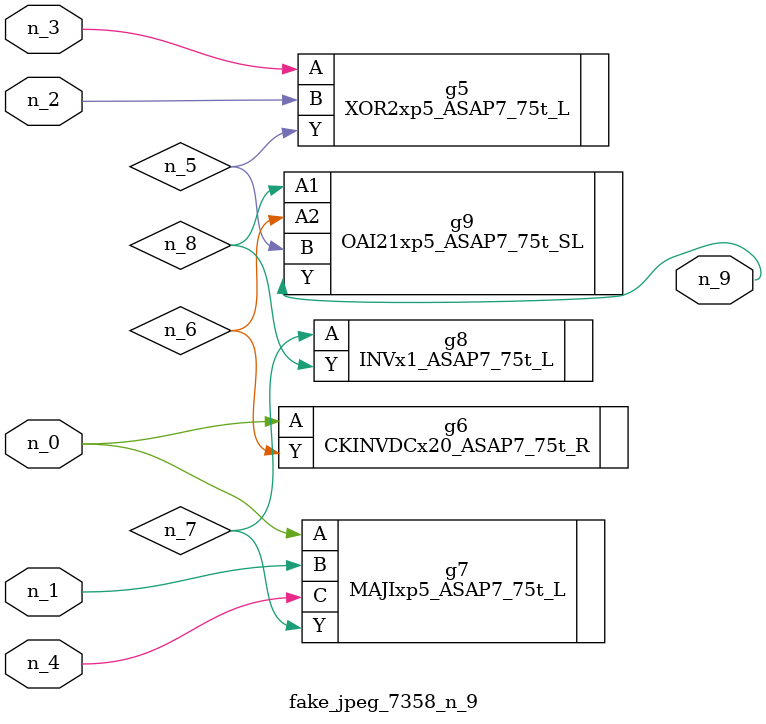
<source format=v>
module fake_jpeg_7358_n_9 (n_3, n_2, n_1, n_0, n_4, n_9);

input n_3;
input n_2;
input n_1;
input n_0;
input n_4;

output n_9;

wire n_8;
wire n_6;
wire n_5;
wire n_7;

XOR2xp5_ASAP7_75t_L g5 ( 
.A(n_3),
.B(n_2),
.Y(n_5)
);

CKINVDCx20_ASAP7_75t_R g6 ( 
.A(n_0),
.Y(n_6)
);

MAJIxp5_ASAP7_75t_L g7 ( 
.A(n_0),
.B(n_1),
.C(n_4),
.Y(n_7)
);

INVx1_ASAP7_75t_L g8 ( 
.A(n_7),
.Y(n_8)
);

OAI21xp5_ASAP7_75t_SL g9 ( 
.A1(n_8),
.A2(n_6),
.B(n_5),
.Y(n_9)
);


endmodule
</source>
